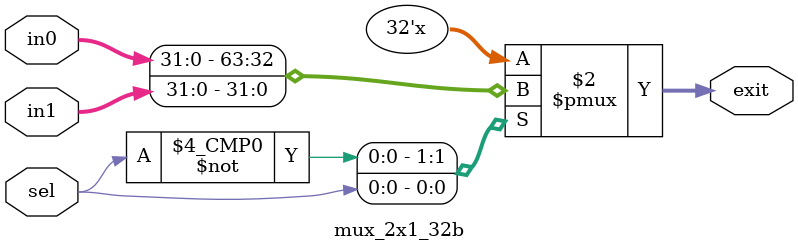
<source format=v>
module Register2_3(input [31:0] Ds,input Clk, input Load, output reg [31:0] Qs);
    initial Qs <= 32'd0; 
    always @ (posedge Clk) begin//
    if(Load)
        Qs <= Ds;
        end
endmodule

module mux_2x1_5b2_3(output reg [4:0] exit,input sel ,input [4:0] in0, input [4:0] in1);
always @ (*)
begin
 case (sel)
  1'b0: exit <= in0;
  1'b1: exit <= in1;
 endcase
end
endmodule

module mux_2x1_4b2_3(output reg [3:0] exit,input sel ,input [3:0] in0, input [3:0] in1);

always @ (*)
begin
 case (sel)
  1'b0: exit <= in0;
  1'b1: exit <= in1;
 endcase
end
endmodule

module mux_4x1_4b2_3(output reg [3:0] exit,input [1:0] sel ,input [3:0] in0, input [3:0] in1, input [3:0] in2,input [3:0] in3);

always @ (*)
begin
 case (sel)
  2'b00: exit <= in0;
  2'b01: exit <= in1;
  2'b10: exit <= in2;
  2'b11: exit <= in3;
 endcase
end
endmodule

module MUX2x1_5bits2_3(input s0, input [4:0] in0, in1, output reg [4:0] out);

always @(*) begin
case(s0)
    1'b0: begin // viene del ALU
      out[4] <= 0; 
      out <= in0; 
    end
    1'b1: begin // viene del shifer
      out <= in1;
    end
endcase
end
endmodule

module PSR2_3(output reg N, Z, C, V, input Nin, Zin, Cin, Vin, Clk, Ld);
    initial N <= 1'b0;
    initial Z <= 1'b0;
    initial C <= 1'b0;
    initial V <= 1'b0;
    
    always @ (posedge Clk) begin
      if (Ld) begin
        N <= Nin;
        Z <= Zin;
        C <= Cin;
        V <= Vin;
      end
    end
  endmodule

module MUX4x1_32b_3(input s0, input s1, input [31:0] in0, input [31:0] in1, input [31:0] in2, input [31:0] in3, output reg [31:0] out);
//parameter [] select = {s1,s0};
always @ (*) begin
case({s1,s0})
    2'b00: begin
      out <= in0;
    end
    2'b01: begin
      out <= in1;
    end
    2'b10: begin
      out <= in2;
    end
    2'b11: begin
      out <= in3;
    end
endcase
end
endmodule

module mux_2x1_32b(output reg [31:0] exit, input sel, input [31:0] in0, input [31:0] in1);

always @ (*)
begin
 case (sel)
  1'b0: exit <= in0;
  1'b1: exit <= in1;
 endcase
end
endmodule
</source>
